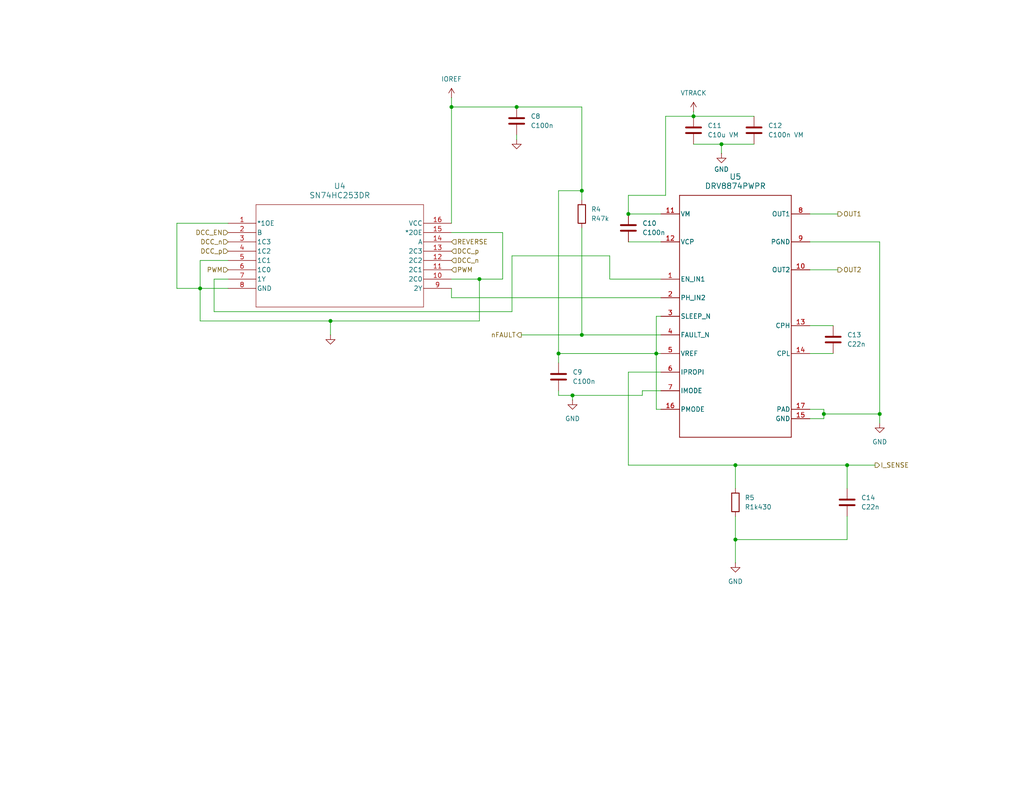
<source format=kicad_sch>
(kicad_sch (version 20231120) (generator "eeschema") (generator_version "8.0")
  (paper "USLetter")
  (title_block (title "Pico LCC Booster") (date "2025-01-28") (rev "1") (company "TMRC & Uncommon Models") (comment 1 "Noah Paladino") (comment 2 "This design is provided without warranty, safety, or performance guarantees"))
  (lib_symbols
    (symbol "DRV8874:DRV8874PWPR" (pin_names (offset 0.254))
      (property "Reference" "U" (at 0 2.54 0))
      (property "Value" "DRV8874PWPR" (at 0 0 0))
      (symbol "DRV8874PWPR_0_1"
        (polyline (pts (xy -15.24 -33.02) (xy 15.24 -33.02)) (stroke (width 0.2032)))
        (polyline (pts (xy -15.24 33.02) (xy -15.24 -33.02)) (stroke (width 0.2032)))
        (polyline (pts (xy 15.24 -33.02) (xy 15.24 33.02)) (stroke (width 0.2032)))
        (polyline (pts (xy 15.24 33.02) (xy -15.24 33.02)) (stroke (width 0.2032)))
        (pin input line (at -20.32 10.16 0) (length 5.08) (name "EN_IN1") (number "1"))
        (pin output line (at 20.32 12.7 180) (length 5.08) (name "OUT2") (number "10"))
        (pin power_in line (at -20.32 27.94 0) (length 5.08) (name "VM") (number "11"))
        (pin power_in line (at -20.32 20.32 0) (length 5.08) (name "VCP") (number "12"))
        (pin power_in line (at 20.32 -2.54 180) (length 5.08) (name "CPH") (number "13"))
        (pin power_in line (at 20.32 -10.16 180) (length 5.08) (name "CPL") (number "14"))
        (pin power_in line (at 20.32 -27.94 180) (length 5.08) (name "GND") (number "15"))
        (pin input line (at -20.32 -25.4 0) (length 5.08) (name "PMODE") (number "16"))
        (pin power_in line (at 20.32 -25.4 180) (length 5.08) (name "PAD") (number "17"))
        (pin input line (at -20.32 5.08 0) (length 5.08) (name "PH_IN2") (number "2"))
        (pin input line (at -20.32 0 0) (length 5.08) (name "SLEEP_N") (number "3"))
        (pin open_collector line (at -20.32 -5.08 0) (length 5.08) (name "FAULT_N") (number "4"))
        (pin power_in line (at -20.32 -10.16 0) (length 5.08) (name "VREF") (number "5"))
        (pin output line (at -20.32 -15.24 0) (length 5.08) (name "IPROPI") (number "6"))
        (pin input line (at -20.32 -20.32 0) (length 5.08) (name "IMODE") (number "7"))
        (pin output line (at 20.32 27.94 180) (length 5.08) (name "OUT1") (number "8"))
        (pin power_in line (at 20.32 20.32 180) (length 5.08) (name "PGND") (number "9"))
      )
    )
    (symbol "Device:C" (pin_numbers hide) (pin_names (offset 0.254))
      (property "Reference" "C" (at 0.635 2.54 0))
      (property "Value" "C" (at 0.635 -2.54 0))
      (symbol "C_0_1"
        (polyline (pts (xy -2.032 -0.762) (xy 2.032 -0.762)) (stroke (width 0.508)))
        (polyline (pts (xy -2.032 0.762) (xy 2.032 0.762)) (stroke (width 0.508)))
      )
      (symbol "C_1_1"
        (pin passive line (at 0 3.81 270) (length 2.794) (name "~") (number "1"))
        (pin passive line (at 0 -3.81 90) (length 2.794) (name "~") (number "2"))
      )
    )
    (symbol "Device:R" (pin_numbers hide) (pin_names (offset 0))
      (property "Reference" "R" (at 2.032 0 90))
      (property "Value" "R" (at 0 0 90))
      (symbol "R_0_1"
        (rectangle (start -1.016 -2.54) (end 1.016 2.54) (stroke (width 0.254)))
      )
      (symbol "R_1_1"
        (pin passive line (at 0 3.81 270) (length 1.27) (name "~") (number "1"))
        (pin passive line (at 0 -3.81 90) (length 1.27) (name "~") (number "2"))
      )
    )
    (symbol "SN74HC253DR:SN74HC253DR" (pin_names (offset 0.254))
      (property "Reference" "U" (at 30.48 10.16 0))
      (property "Value" "SN74HC253DR" (at 30.48 7.62 0))
      (symbol "SN74HC253DR_0_1"
        (polyline (pts (xy 7.62 -22.86) (xy 53.34 -22.86)) (stroke (width 0.127)))
        (polyline (pts (xy 7.62 5.08) (xy 7.62 -22.86)) (stroke (width 0.127)))
        (polyline (pts (xy 53.34 -22.86) (xy 53.34 5.08)) (stroke (width 0.127)))
        (polyline (pts (xy 53.34 5.08) (xy 7.62 5.08)) (stroke (width 0.127)))
        (pin input line (at 0 0 0) (length 7.62) (name "*1OE") (number "1"))
        (pin input line (at 60.96 -15.24 180) (length 7.62) (name "2C0") (number "10"))
        (pin input line (at 60.96 -12.7 180) (length 7.62) (name "2C1") (number "11"))
        (pin input line (at 60.96 -10.16 180) (length 7.62) (name "2C2") (number "12"))
        (pin input line (at 60.96 -7.62 180) (length 7.62) (name "2C3") (number "13"))
        (pin input line (at 60.96 -5.08 180) (length 7.62) (name "A") (number "14"))
        (pin input line (at 60.96 -2.54 180) (length 7.62) (name "*2OE") (number "15"))
        (pin power_in line (at 60.96 0 180) (length 7.62) (name "VCC") (number "16"))
        (pin input line (at 0 -2.54 0) (length 7.62) (name "B") (number "2"))
        (pin input line (at 0 -5.08 0) (length 7.62) (name "1C3") (number "3"))
        (pin input line (at 0 -7.62 0) (length 7.62) (name "1C2") (number "4"))
        (pin input line (at 0 -10.16 0) (length 7.62) (name "1C1") (number "5"))
        (pin input line (at 0 -12.7 0) (length 7.62) (name "1C0") (number "6"))
        (pin output line (at 0 -15.24 0) (length 7.62) (name "1Y") (number "7"))
        (pin power_in line (at 0 -17.78 0) (length 7.62) (name "GND") (number "8"))
        (pin output line (at 60.96 -17.78 180) (length 7.62) (name "2Y") (number "9"))
      )
    )
    (symbol "power:+3.3V" (power) (pin_numbers hide) (pin_names (offset 0) hide)
      (property "Value" "+3.3V" (at 0 3.556 0))
      (symbol "+3.3V_0_1"
        (polyline (pts (xy -0.762 1.27) (xy 0 2.54)))
        (polyline (pts (xy 0 0) (xy 0 2.54)))
        (polyline (pts (xy 0 2.54) (xy 0.762 1.27)))
      )
      (symbol "+3.3V_1_1"
        (pin power_in line (at 0 0 90) (length 0) (name "~") (number "1"))
      )
    )
    (symbol "power:GND" (power) (pin_numbers hide) (pin_names (offset 0) hide)
      (property "Value" "GND" (at 0 -3.81 0))
      (symbol "GND_0_1"
        (polyline (pts (xy 0 0) (xy 0 -1.27) (xy 1.27 -1.27) (xy 0 -2.54) (xy -1.27 -1.27) (xy 0 -1.27)))
      )
      (symbol "GND_1_1"
        (pin power_in line (at 0 0 270) (length 0) (name "~") (number "1"))
      )
    )
  )
  (junction (at 196.85 39.37))
  (junction (at 90.17 87.63))
  (junction (at 156.21 107.95))
  (junction (at 140.97 29.21))
  (junction (at 158.75 52.07))
  (junction (at 123.19 29.21))
  (junction (at 231.14 127))
  (junction (at 224.79 113.03))
  (junction (at 200.66 147.32))
  (junction (at 130.81 76.2))
  (junction (at 200.66 127))
  (junction (at 152.4 96.52))
  (junction (at 189.23 31.75))
  (junction (at 179.07 96.52))
  (junction (at 158.75 91.44))
  (junction (at 54.61 78.74))
  (junction (at 171.45 58.42))
  (junction (at 240.03 113.03))
  (wire (pts (xy 123.19 63.5) (xy 137.16 63.5)))
  (wire (pts (xy 158.75 29.21) (xy 158.75 52.07)))
  (wire (pts (xy 54.61 71.12) (xy 54.61 78.74)))
  (wire (pts (xy 220.98 111.76) (xy 224.79 111.76)))
  (wire (pts (xy 171.45 53.34) (xy 171.45 58.42)))
  (wire (pts (xy 139.7 85.09) (xy 139.7 69.85)))
  (wire (pts (xy 231.14 147.32) (xy 231.14 140.97)))
  (wire (pts (xy 156.21 107.95) (xy 175.26 107.95)))
  (wire (pts (xy 231.14 127) (xy 231.14 133.35)))
  (wire (pts (xy 166.37 76.2) (xy 180.34 76.2)))
  (wire (pts (xy 62.23 76.2) (xy 58.42 76.2)))
  (wire (pts (xy 62.23 71.12) (xy 54.61 71.12)))
  (wire (pts (xy 238.76 127) (xy 231.14 127)))
  (wire (pts (xy 181.61 31.75) (xy 181.61 53.34)))
  (wire (pts (xy 48.26 78.74) (xy 54.61 78.74)))
  (wire (pts (xy 200.66 147.32) (xy 231.14 147.32)))
  (wire (pts (xy 123.19 81.28) (xy 123.19 78.74)))
  (wire (pts (xy 189.23 31.75) (xy 181.61 31.75)))
  (wire (pts (xy 152.4 96.52) (xy 179.07 96.52)))
  (wire (pts (xy 180.34 111.76) (xy 179.07 111.76)))
  (wire (pts (xy 166.37 69.85) (xy 166.37 76.2)))
  (wire (pts (xy 137.16 76.2) (xy 130.81 76.2)))
  (wire (pts (xy 140.97 29.21) (xy 158.75 29.21)))
  (wire (pts (xy 130.81 76.2) (xy 130.81 87.63)))
  (wire (pts (xy 142.24 91.44) (xy 158.75 91.44)))
  (wire (pts (xy 58.42 85.09) (xy 139.7 85.09)))
  (wire (pts (xy 130.81 87.63) (xy 90.17 87.63)))
  (wire (pts (xy 175.26 106.68) (xy 175.26 107.95)))
  (wire (pts (xy 196.85 39.37) (xy 205.74 39.37)))
  (wire (pts (xy 171.45 58.42) (xy 180.34 58.42)))
  (wire (pts (xy 228.6 73.66) (xy 220.98 73.66)))
  (wire (pts (xy 140.97 36.83) (xy 140.97 38.1)))
  (wire (pts (xy 152.4 107.95) (xy 152.4 106.68)))
  (wire (pts (xy 171.45 127) (xy 200.66 127)))
  (wire (pts (xy 180.34 101.6) (xy 171.45 101.6)))
  (wire (pts (xy 189.23 39.37) (xy 196.85 39.37)))
  (wire (pts (xy 180.34 96.52) (xy 179.07 96.52)))
  (wire (pts (xy 152.4 107.95) (xy 156.21 107.95)))
  (wire (pts (xy 189.23 31.75) (xy 205.74 31.75)))
  (wire (pts (xy 58.42 76.2) (xy 58.42 85.09)))
  (wire (pts (xy 189.23 30.48) (xy 189.23 31.75)))
  (wire (pts (xy 123.19 76.2) (xy 130.81 76.2)))
  (wire (pts (xy 228.6 58.42) (xy 220.98 58.42)))
  (wire (pts (xy 196.85 41.91) (xy 196.85 39.37)))
  (wire (pts (xy 158.75 91.44) (xy 180.34 91.44)))
  (wire (pts (xy 224.79 113.03) (xy 240.03 113.03)))
  (wire (pts (xy 179.07 86.36) (xy 179.07 96.52)))
  (wire (pts (xy 123.19 81.28) (xy 180.34 81.28)))
  (wire (pts (xy 137.16 63.5) (xy 137.16 76.2)))
  (wire (pts (xy 224.79 113.03) (xy 224.79 114.3)))
  (wire (pts (xy 48.26 60.96) (xy 48.26 78.74)))
  (wire (pts (xy 200.66 127) (xy 200.66 133.35)))
  (wire (pts (xy 152.4 96.52) (xy 152.4 99.06)))
  (wire (pts (xy 90.17 91.44) (xy 90.17 87.63)))
  (wire (pts (xy 90.17 87.63) (xy 54.61 87.63)))
  (wire (pts (xy 123.19 29.21) (xy 123.19 60.96)))
  (wire (pts (xy 158.75 52.07) (xy 158.75 54.61)))
  (wire (pts (xy 62.23 60.96) (xy 48.26 60.96)))
  (wire (pts (xy 152.4 96.52) (xy 152.4 52.07)))
  (wire (pts (xy 240.03 113.03) (xy 240.03 115.57)))
  (wire (pts (xy 171.45 66.04) (xy 180.34 66.04)))
  (wire (pts (xy 54.61 78.74) (xy 62.23 78.74)))
  (wire (pts (xy 181.61 53.34) (xy 171.45 53.34)))
  (wire (pts (xy 227.33 96.52) (xy 220.98 96.52)))
  (wire (pts (xy 200.66 147.32) (xy 200.66 153.67)))
  (wire (pts (xy 200.66 140.97) (xy 200.66 147.32)))
  (wire (pts (xy 171.45 101.6) (xy 171.45 127)))
  (wire (pts (xy 123.19 29.21) (xy 140.97 29.21)))
  (wire (pts (xy 180.34 106.68) (xy 175.26 106.68)))
  (wire (pts (xy 240.03 66.04) (xy 240.03 113.03)))
  (wire (pts (xy 152.4 52.07) (xy 158.75 52.07)))
  (wire (pts (xy 220.98 114.3) (xy 224.79 114.3)))
  (wire (pts (xy 156.21 107.95) (xy 156.21 109.22)))
  (wire (pts (xy 179.07 111.76) (xy 179.07 96.52)))
  (wire (pts (xy 54.61 87.63) (xy 54.61 78.74)))
  (wire (pts (xy 180.34 86.36) (xy 179.07 86.36)))
  (wire (pts (xy 224.79 111.76) (xy 224.79 113.03)))
  (wire (pts (xy 123.19 26.67) (xy 123.19 29.21)))
  (wire (pts (xy 139.7 69.85) (xy 166.37 69.85)))
  (wire (pts (xy 200.66 127) (xy 231.14 127)))
  (wire (pts (xy 220.98 66.04) (xy 240.03 66.04)))
  (wire (pts (xy 158.75 62.23) (xy 158.75 91.44)))
  (wire (pts (xy 227.33 88.9) (xy 220.98 88.9)))
  (hierarchical_label "I_SENSE" (shape output) (at 238.76 127 0))
  (hierarchical_label "nFAULT" (shape output) (at 142.24 91.44 180))
  (hierarchical_label "OUT2" (shape output) (at 228.6 73.66 0))
  (hierarchical_label "DCC_p" (shape input) (at 123.19 68.58 0))
  (hierarchical_label "REVERSE" (shape input) (at 123.19 66.04 0))
  (hierarchical_label "DCC_EN" (shape input) (at 62.23 63.5 180))
  (hierarchical_label "PWM" (shape input) (at 123.19 73.66 0))
  (hierarchical_label "OUT1" (shape output) (at 228.6 58.42 0))
  (hierarchical_label "DCC_p" (shape input) (at 62.23 68.58 180))
  (hierarchical_label "DCC_n" (shape input) (at 123.19 71.12 0))
  (hierarchical_label "DCC_n" (shape input) (at 62.23 66.04 180))
  (hierarchical_label "PWM" (shape input) (at 62.23 73.66 180))
  (symbol (lib_id "Device:R") (at 200.66 137.16 0) (unit 1)
    (property "Reference" "R5" (at 203.2 135.8899 0) (effects (justify left)))
    (property "Value" "R1k430" (at 203.2 138.4299 0) (effects (justify left)))
    (property "Footprint" "Resistor_SMD:R_0805_2012Metric_Pad1.20x1.40mm_HandSolder" (effects (hide yes)))
    (property "Description" "Resistor" (effects (hide yes)))
    (property "Manufacturer Part Number" "RC0805FR-071K43L" (effects (hide yes)))
    (property "MANUFACTURER" "Yageo" (effects (hide yes)))
    (instances (project "Pico_LCC" (path "" (reference "R5") (unit 1)) (path "" (reference "R11") (unit 1)) (path "" (reference "R8") (unit 1)) (path "" (reference "R2") (unit 1))))
  )
  (symbol (lib_id "Device:C") (at 152.4 102.87 0) (unit 1)
    (property "Reference" "C9" (at 156.21 101.5999 0) (effects (justify left)))
    (property "Value" "C100n" (at 156.21 104.1399 0) (effects (justify left)))
    (property "Footprint" "Capacitor_SMD:C_0805_2012Metric_Pad1.18x1.45mm_HandSolder" (effects (hide yes)))
    (property "Description" "Unpolarized capacitor" (effects (hide yes)))
    (property "MANUFACTURER" "Samsung" (effects (hide yes)))
    (property "Manufacturer Part Number" "CL21B104KACNFNC" (effects (hide yes)))
    (instances (project "Pico_LCC" (path "" (reference "C9") (unit 1)) (path "" (reference "C23") (unit 1)) (path "" (reference "C16") (unit 1)) (path "" (reference "C2") (unit 1))))
  )
  (symbol (lib_id "Device:R") (at 158.75 58.42 0) (unit 1)
    (property "Reference" "R4" (at 161.29 57.1499 0) (effects (justify left)))
    (property "Value" "R47k" (at 161.29 59.6899 0) (effects (justify left)))
    (property "Footprint" "Resistor_SMD:R_0805_2012Metric_Pad1.20x1.40mm_HandSolder" (effects (hide yes)))
    (property "Description" "Resistor" (effects (hide yes)))
    (property "Manufacturer Part Number" "ERJ6ENF4702V" (effects (hide yes)))
    (property "MANUFACTURER" "Panasonic" (effects (hide yes)))
    (instances (project "Pico_LCC" (path "" (reference "R4") (unit 1)) (path "" (reference "R10") (unit 1)) (path "" (reference "R7") (unit 1)) (path "" (reference "R1") (unit 1))))
  )
  (symbol (lib_id "power:+3.3V") (at 189.23 30.48 0) (unit 1)
    (property "Reference" "#PWR016" (effects (hide yes)))
    (property "Value" "VTRACK" (at 189.23 25.4 0))
    (property "Description" "Power symbol creates a global label with name \"VIN\"" (effects (hide yes)))
    (instances (project "Pico_LCC" (path "" (reference "#PWR016") (unit 1)) (path "" (reference "#PWR032") (unit 1)) (path "" (reference "#PWR024") (unit 1)) (path "" (reference "#PWR08") (unit 1))))
  )
  (symbol (lib_id "power:+3.3V") (at 123.19 26.67 0) (unit 1)
    (property "Reference" "#PWR013" (effects (hide yes)))
    (property "Value" "IOREF" (at 123.19 21.59 0))
    (property "Description" "Power symbol creates a global label with name \"+3.3V\"" (effects (hide yes)))
    (instances (project "Pico_LCC" (path "" (reference "#PWR013") (unit 1)) (path "" (reference "#PWR029") (unit 1)) (path "" (reference "#PWR021") (unit 1)) (path "" (reference "#PWR05") (unit 1))))
  )
  (symbol (lib_id "SN74HC253DR:SN74HC253DR") (at 62.23 60.96 0) (unit 1)
    (property "Reference" "U4" (at 92.71 50.8 0) (effects (font (size 1.524 1.524))))
    (property "Value" "SN74HC253DR" (at 92.71 53.34 0) (effects (font (size 1.524 1.524))))
    (property "Footprint" "Package_SO:SO-16_3.9x9.9mm_P1.27mm" (effects (hide yes)))
    (property "Datasheet" "SN74HC253DR" (effects (hide yes)))
    (property "Manufacturer Part Number" "SN74HC253DR" (effects (hide yes)))
    (property "MANUFACTURER" "TI" (effects (hide yes)))
    (instances (project "Pico_LCC" (path "" (reference "U4") (unit 1)) (path "" (reference "U8") (unit 1)) (path "" (reference "U6") (unit 1)) (path "" (reference "U2") (unit 1))))
  )
  (symbol (lib_id "power:GND") (at 140.97 38.1 0) (unit 1)
    (property "Reference" "#PWR014" (effects (hide yes)))
    (property "Value" "GND" (effects (hide yes)))
    (property "Description" "Power symbol creates a global label with name \"GND\" , ground" (effects (hide yes)))
    (instances (project "Pico_LCC" (path "" (reference "#PWR014") (unit 1)) (path "" (reference "#PWR030") (unit 1)) (path "" (reference "#PWR022") (unit 1)) (path "" (reference "#PWR06") (unit 1))))
  )
  (symbol (lib_id "Device:C") (at 189.23 35.56 0) (unit 1)
    (property "Reference" "C11" (at 193.04 34.2899 0) (effects (justify left)))
    (property "Value" "C10u VM" (at 193.04 36.8299 0) (effects (justify left)))
    (property "Footprint" "Capacitor_SMD:C_1206_3216Metric_Pad1.33x1.80mm_HandSolder" (effects (hide yes)))
    (property "Description" "Unpolarized capacitor" (effects (hide yes)))
    (property "Manufacturer Part Number" "CL31A106KBHNNNE" (effects (hide yes)))
    (property "MANUFACTURER" "Samsung" (effects (hide yes)))
    (instances (project "Pico_LCC" (path "" (reference "C11") (unit 1)) (path "" (reference "C25") (unit 1)) (path "" (reference "C18") (unit 1)) (path "" (reference "C4") (unit 1))))
  )
  (symbol (lib_id "power:GND") (at 90.17 91.44 0) (unit 1)
    (property "Reference" "#PWR012" (effects (hide yes)))
    (property "Value" "GND" (effects (hide yes)))
    (property "Description" "Power symbol creates a global label with name \"GND\" , ground" (effects (hide yes)))
    (instances (project "Pico_LCC" (path "" (reference "#PWR012") (unit 1)) (path "" (reference "#PWR028") (unit 1)) (path "" (reference "#PWR020") (unit 1)) (path "" (reference "#PWR04") (unit 1))))
  )
  (symbol (lib_id "power:GND") (at 196.85 41.91 0) (unit 1)
    (property "Reference" "#PWR017" (effects (hide yes)))
    (property "Value" "GND" (at 196.85 46.228 0))
    (property "Description" "Power symbol creates a global label with name \"GND\" , ground" (effects (hide yes)))
    (instances (project "Pico_LCC" (path "" (reference "#PWR017") (unit 1)) (path "" (reference "#PWR033") (unit 1)) (path "" (reference "#PWR025") (unit 1)) (path "" (reference "#PWR09") (unit 1))))
  )
  (symbol (lib_id "Device:C") (at 140.97 33.02 0) (unit 1)
    (property "Reference" "C8" (at 144.78 31.7499 0) (effects (justify left)))
    (property "Value" "C100n" (at 144.78 34.2899 0) (effects (justify left)))
    (property "Footprint" "Capacitor_SMD:C_0805_2012Metric_Pad1.18x1.45mm_HandSolder" (effects (hide yes)))
    (property "Description" "Unpolarized capacitor" (effects (hide yes)))
    (property "MANUFACTURER" "Samsung" (effects (hide yes)))
    (property "Manufacturer Part Number" "CL21B104KACNFNC" (effects (hide yes)))
    (instances (project "Pico_LCC" (path "" (reference "C8") (unit 1)) (path "" (reference "C22") (unit 1)) (path "" (reference "C15") (unit 1)) (path "" (reference "C1") (unit 1))))
  )
  (symbol (lib_id "Device:C") (at 205.74 35.56 0) (unit 1)
    (property "Reference" "C12" (at 209.55 34.2899 0) (effects (justify left)))
    (property "Value" "C100n VM" (at 209.55 36.8299 0) (effects (justify left)))
    (property "Footprint" "Capacitor_SMD:C_0805_2012Metric_Pad1.18x1.45mm_HandSolder" (effects (hide yes)))
    (property "Description" "Unpolarized capacitor" (effects (hide yes)))
    (property "MANUFACTURER" "Samsung" (effects (hide yes)))
    (property "Manufacturer Part Number" "CL21B104KBFXPJE" (effects (hide yes)))
    (instances (project "Pico_LCC" (path "" (reference "C12") (unit 1)) (path "" (reference "C26") (unit 1)) (path "" (reference "C19") (unit 1)) (path "" (reference "C5") (unit 1))))
  )
  (symbol (lib_id "Device:C") (at 227.33 92.71 0) (unit 1)
    (property "Reference" "C13" (at 231.14 91.4399 0) (effects (justify left)))
    (property "Value" "C22n" (at 231.14 93.9799 0) (effects (justify left)))
    (property "Footprint" "Capacitor_SMD:C_0805_2012Metric_Pad1.18x1.45mm_HandSolder" (effects (hide yes)))
    (property "Description" "Unpolarized capacitor" (effects (hide yes)))
    (property "Manufacturer Part Number" "CL21B223JBANNNC" (effects (hide yes)))
    (property "MANUFACTURER" "Samsung" (effects (hide yes)))
    (instances (project "Pico_LCC" (path "" (reference "C13") (unit 1)) (path "" (reference "C27") (unit 1)) (path "" (reference "C20") (unit 1)) (path "" (reference "C6") (unit 1))))
  )
  (symbol (lib_id "power:GND") (at 156.21 109.22 0) (unit 1)
    (property "Reference" "#PWR015" (effects (hide yes)))
    (property "Value" "GND" (at 156.21 114.3 0))
    (property "Description" "Power symbol creates a global label with name \"GND\" , ground" (effects (hide yes)))
    (instances (project "Pico_LCC" (path "" (reference "#PWR015") (unit 1)) (path "" (reference "#PWR031") (unit 1)) (path "" (reference "#PWR023") (unit 1)) (path "" (reference "#PWR07") (unit 1))))
  )
  (symbol (lib_id "power:GND") (at 200.66 153.67 0) (unit 1)
    (property "Reference" "#PWR018" (effects (hide yes)))
    (property "Value" "GND" (at 200.66 158.75 0))
    (property "Description" "Power symbol creates a global label with name \"GND\" , ground" (effects (hide yes)))
    (instances (project "Pico_LCC" (path "" (reference "#PWR018") (unit 1)) (path "" (reference "#PWR034") (unit 1)) (path "" (reference "#PWR026") (unit 1)) (path "" (reference "#PWR010") (unit 1))))
  )
  (symbol (lib_id "power:GND") (at 240.03 115.57 0) (unit 1)
    (property "Reference" "#PWR019" (effects (hide yes)))
    (property "Value" "GND" (at 240.03 120.65 0))
    (property "Description" "Power symbol creates a global label with name \"GND\" , ground" (effects (hide yes)))
    (instances (project "Pico_LCC" (path "" (reference "#PWR019") (unit 1)) (path "" (reference "#PWR035") (unit 1)) (path "" (reference "#PWR027") (unit 1)) (path "" (reference "#PWR011") (unit 1))))
  )
  (symbol (lib_id "Device:C") (at 231.14 137.16 0) (unit 1)
    (property "Reference" "C14" (at 234.95 135.8899 0) (effects (justify left)))
    (property "Value" "C22n" (at 234.95 138.4299 0) (effects (justify left)))
    (property "Footprint" "Capacitor_SMD:C_0805_2012Metric_Pad1.18x1.45mm_HandSolder" (effects (hide yes)))
    (property "Description" "Unpolarized capacitor" (effects (hide yes)))
    (property "Manufacturer Part Number" "CL21B223JBANNNC" (effects (hide yes)))
    (property "MANUFACTURER" "Samsung" (effects (hide yes)))
    (instances (project "Pico_LCC" (path "" (reference "C14") (unit 1)) (path "" (reference "C28") (unit 1)) (path "" (reference "C21") (unit 1)) (path "" (reference "C7") (unit 1))))
  )
  (symbol (lib_id "Device:C") (at 171.45 62.23 0) (unit 1)
    (property "Reference" "C10" (at 175.26 60.9599 0) (effects (justify left)))
    (property "Value" "C100n" (at 175.26 63.4999 0) (effects (justify left)))
    (property "Footprint" "Capacitor_SMD:C_0805_2012Metric_Pad1.18x1.45mm_HandSolder" (effects (hide yes)))
    (property "Description" "Unpolarized capacitor" (effects (hide yes)))
    (property "MANUFACTURER" "Samsung" (effects (hide yes)))
    (property "Manufacturer Part Number" "CL21B104KACNFNC" (effects (hide yes)))
    (instances (project "Pico_LCC" (path "" (reference "C10") (unit 1)) (path "" (reference "C24") (unit 1)) (path "" (reference "C17") (unit 1)) (path "" (reference "C3") (unit 1))))
  )
  (symbol (lib_id "DRV8874:DRV8874PWPR") (at 200.66 86.36 0) (unit 1)
    (property "Reference" "U5" (at 200.66 48.26 0) (effects (font (size 1.524 1.524))))
    (property "Value" "DRV8874PWPR" (at 200.66 50.8 0) (effects (font (size 1.524 1.524))))
    (property "Footprint" "DRV8874:PWP0016J_NV" (effects (hide yes)))
    (property "Datasheet" "DRV8874PWPR" (effects (hide yes)))
    (property "MANUFACTURER" "TI" (effects (hide yes)))
    (property "Manufacturer Part Number" "DRV8874PWPR" (effects (hide yes)))
    (instances (project "Pico_LCC" (path "" (reference "U5") (unit 1)) (path "" (reference "U9") (unit 1)) (path "" (reference "U7") (unit 1)) (path "" (reference "U3") (unit 1))))
  )
)
</source>
